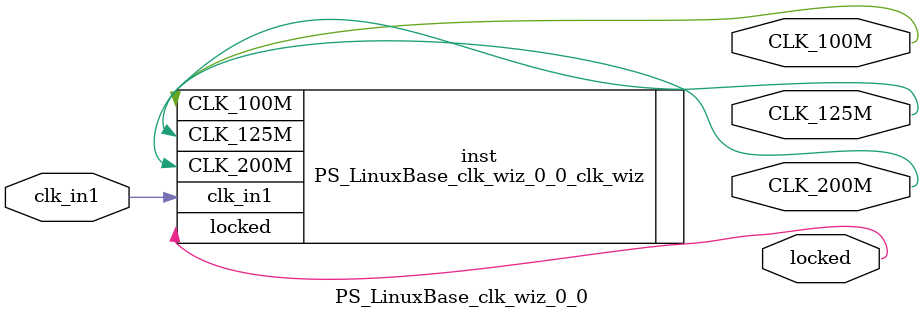
<source format=v>


`timescale 1ps/1ps

(* CORE_GENERATION_INFO = "PS_LinuxBase_clk_wiz_0_0,clk_wiz_v6_0_10_0_0,{component_name=PS_LinuxBase_clk_wiz_0_0,use_phase_alignment=true,use_min_o_jitter=false,use_max_i_jitter=false,use_dyn_phase_shift=false,use_inclk_switchover=false,use_dyn_reconfig=false,enable_axi=0,feedback_source=FDBK_AUTO,PRIMITIVE=MMCM,num_out_clk=3,clkin1_period=20.000,clkin2_period=10.0,use_power_down=false,use_reset=false,use_locked=true,use_inclk_stopped=false,feedback_type=SINGLE,CLOCK_MGR_TYPE=NA,manual_override=false}" *)

module PS_LinuxBase_clk_wiz_0_0 
 (
  // Clock out ports
  output        CLK_100M,
  output        CLK_125M,
  output        CLK_200M,
  // Status and control signals
  output        locked,
 // Clock in ports
  input         clk_in1
 );

  PS_LinuxBase_clk_wiz_0_0_clk_wiz inst
  (
  // Clock out ports  
  .CLK_100M(CLK_100M),
  .CLK_125M(CLK_125M),
  .CLK_200M(CLK_200M),
  // Status and control signals               
  .locked(locked),
 // Clock in ports
  .clk_in1(clk_in1)
  );

endmodule

</source>
